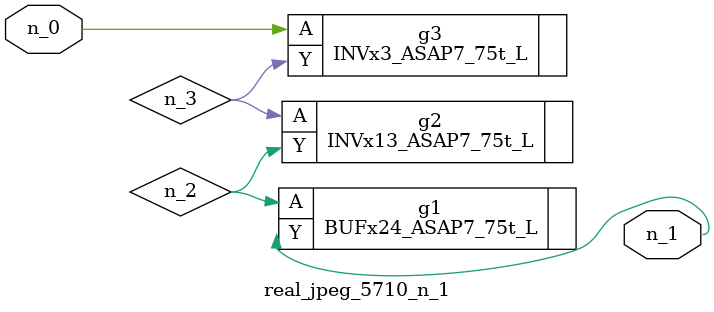
<source format=v>
module real_jpeg_5710_n_1 (n_0, n_1);

input n_0;

output n_1;

wire n_3;
wire n_2;

INVx3_ASAP7_75t_L g3 ( 
.A(n_0),
.Y(n_3)
);

BUFx24_ASAP7_75t_L g1 ( 
.A(n_2),
.Y(n_1)
);

INVx13_ASAP7_75t_L g2 ( 
.A(n_3),
.Y(n_2)
);


endmodule
</source>
